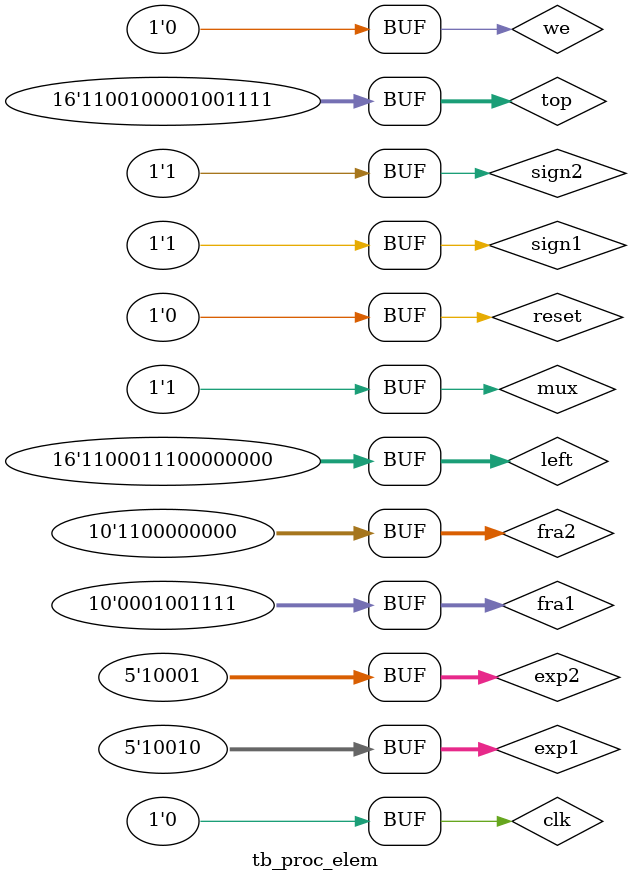
<source format=v>


module tb_proc_elem();

wire [15:0] down, right;
wire [15:0] top, left;
reg clk, reset, we, mux;
reg sign1, sign2;
reg [4:0] exp1, exp2;
reg [9:0] fra1, fra2;

assign top = {sign1, exp1, fra1};
assign left = {sign2, exp2, fra2};

proc_elem dut(down, right, top, left, we, mux, clk, reset);

initial
begin
//reset <= 1; # 10; 
reset <= 0;
we = 1;
{sign1, exp1, fra1} = {1'b0, 5'b10001, 10'b0100000000};     // 5
{sign2, exp2, fra2} = {1'b0, 5'b00000, 10'b0000000000};     // 0
mux = 0; 
#10;
we = 0;
{sign1, exp1, fra1} = {1'b0, 5'b10001, 10'b0100000000};    // 5
{sign2, exp2, fra2} = {1'b0, 5'b10000, 10'b0000000000};    // 2
mux = 0; 
#10;
we = 0;
{sign1, exp1, fra1} = {1'b0, 5'b10001, 10'b0000000000};    // 4
{sign2, exp2, fra2} = {1'b0, 5'b10000, 10'b0000000000};    // 2
mux = 1; 
#10;
we = 0;
{sign1, exp1, fra1} = {1'b1, 5'b10101, 10'b1001000000};    // -100
{sign2, exp2, fra2} = {1'b0, 5'b10101, 10'b1011100000};    // 110
mux = 1; 
#10;
we = 0;
{sign1, exp1, fra1} = {1'b1, 5'b10001, 10'b0000100110};    // -4.15
{sign2, exp2, fra2} = {1'b0, 5'b10001, 10'b1010010111};    // 6.59
mux = 1;
#10;
we = 0;
{sign1, exp1, fra1} = {1'b1, 5'b10010, 10'b0001001111};    // -8.62
{sign2, exp2, fra2} = {1'b1, 5'b10001, 10'b1100000000};    // -7
mux = 1;
end
					  
always
begin
clk <= 1;
 # 5; 
 clk <= 0;
 # 5; // clock duration
end

endmodule
</source>
